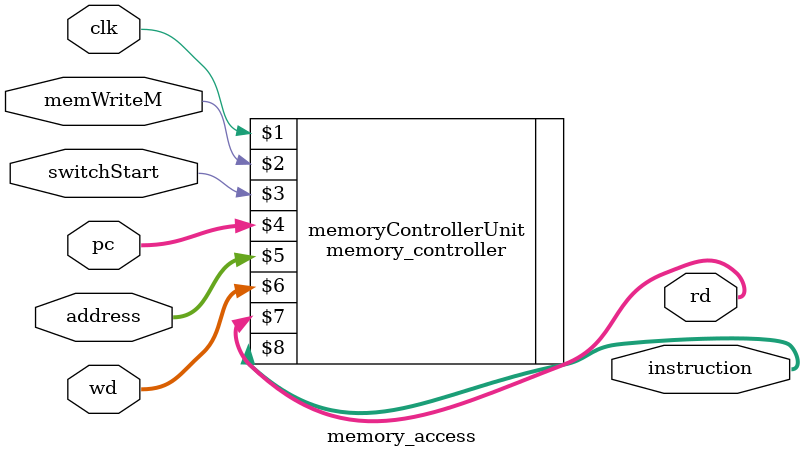
<source format=sv>
module memory_access (input logic clk, memWriteM, switchStart,
							  input logic [31:0] pc, address, wd,
							  output logic [31:0] rd, instruction);

	

	memory_controller memoryControllerUnit (clk, memWriteM, switchStart, 
														pc, address, wd,
														rd, instruction);

endmodule 
</source>
